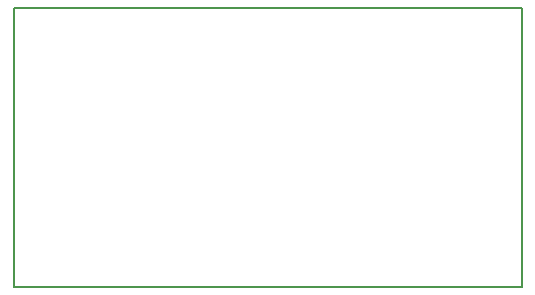
<source format=gbr>
G04 #@! TF.FileFunction,Profile,NP*
%FSLAX46Y46*%
G04 Gerber Fmt 4.6, Leading zero omitted, Abs format (unit mm)*
G04 Created by KiCad (PCBNEW 4.0.2+dfsg1-stable) date Qua 18 Mai 2016 07:57:35 BRT*
%MOMM*%
G01*
G04 APERTURE LIST*
%ADD10C,0.100000*%
%ADD11C,0.150000*%
G04 APERTURE END LIST*
D10*
D11*
X161000000Y-120000000D02*
X161000000Y-96350000D01*
X179070000Y-120000000D02*
X161000000Y-120000000D01*
X204000000Y-120000000D02*
X179070000Y-120000000D01*
X204000000Y-96350000D02*
X204000000Y-120000000D01*
X161000000Y-96350000D02*
X204000000Y-96350000D01*
M02*

</source>
